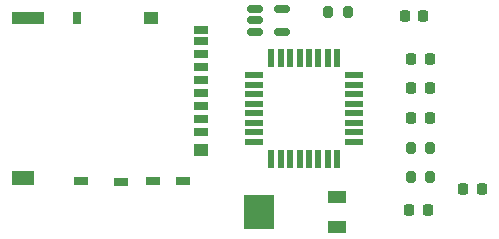
<source format=gbr>
%TF.GenerationSoftware,KiCad,Pcbnew,8.0.8*%
%TF.CreationDate,2025-06-30T12:07:11+05:30*%
%TF.ProjectId,openlog,6f70656e-6c6f-4672-9e6b-696361645f70,rev?*%
%TF.SameCoordinates,Original*%
%TF.FileFunction,Paste,Top*%
%TF.FilePolarity,Positive*%
%FSLAX46Y46*%
G04 Gerber Fmt 4.6, Leading zero omitted, Abs format (unit mm)*
G04 Created by KiCad (PCBNEW 8.0.8) date 2025-06-30 12:07:11*
%MOMM*%
%LPD*%
G01*
G04 APERTURE LIST*
G04 Aperture macros list*
%AMRoundRect*
0 Rectangle with rounded corners*
0 $1 Rounding radius*
0 $2 $3 $4 $5 $6 $7 $8 $9 X,Y pos of 4 corners*
0 Add a 4 corners polygon primitive as box body*
4,1,4,$2,$3,$4,$5,$6,$7,$8,$9,$2,$3,0*
0 Add four circle primitives for the rounded corners*
1,1,$1+$1,$2,$3*
1,1,$1+$1,$4,$5*
1,1,$1+$1,$6,$7*
1,1,$1+$1,$8,$9*
0 Add four rect primitives between the rounded corners*
20,1,$1+$1,$2,$3,$4,$5,0*
20,1,$1+$1,$4,$5,$6,$7,0*
20,1,$1+$1,$6,$7,$8,$9,0*
20,1,$1+$1,$8,$9,$2,$3,0*%
G04 Aperture macros list end*
%ADD10RoundRect,0.200000X-0.200000X-0.275000X0.200000X-0.275000X0.200000X0.275000X-0.200000X0.275000X0*%
%ADD11RoundRect,0.225000X-0.225000X-0.250000X0.225000X-0.250000X0.225000X0.250000X-0.225000X0.250000X0*%
%ADD12R,1.600000X1.000000*%
%ADD13R,2.500000X3.000000*%
%ADD14RoundRect,0.218750X-0.218750X-0.256250X0.218750X-0.256250X0.218750X0.256250X-0.218750X0.256250X0*%
%ADD15RoundRect,0.150000X-0.512500X-0.150000X0.512500X-0.150000X0.512500X0.150000X-0.512500X0.150000X0*%
%ADD16R,1.200000X0.700000*%
%ADD17R,0.800000X1.000000*%
%ADD18R,1.200000X1.000000*%
%ADD19R,2.800000X1.000000*%
%ADD20R,1.900000X1.300000*%
%ADD21R,1.600000X0.550000*%
%ADD22R,0.550000X1.600000*%
G04 APERTURE END LIST*
D10*
%TO.C,R3*%
X127575000Y-61800000D03*
X129225000Y-61800000D03*
%TD*%
D11*
%TO.C,C2*%
X134625000Y-65800000D03*
X136175000Y-65800000D03*
%TD*%
D12*
%TO.C,Y1*%
X128300000Y-77530000D03*
X128300000Y-80070000D03*
D13*
X121750000Y-78800000D03*
%TD*%
D11*
%TO.C,C4*%
X134625000Y-70820000D03*
X136175000Y-70820000D03*
%TD*%
D10*
%TO.C,R2*%
X134575000Y-75840000D03*
X136225000Y-75840000D03*
%TD*%
D14*
%TO.C,D2*%
X139000000Y-76800000D03*
X140575000Y-76800000D03*
%TD*%
%TO.C,D1*%
X134412500Y-78600000D03*
X135987500Y-78600000D03*
%TD*%
D15*
%TO.C,U1*%
X121400000Y-61600000D03*
X121400000Y-62550000D03*
X121400000Y-63500000D03*
X123675000Y-63500000D03*
X123675000Y-61600000D03*
%TD*%
D11*
%TO.C,C1*%
X134050000Y-62200000D03*
X135600000Y-62200000D03*
%TD*%
D10*
%TO.C,R1*%
X134575000Y-73330000D03*
X136225000Y-73330000D03*
%TD*%
D16*
%TO.C,J2*%
X116845000Y-71980000D03*
X116845000Y-70880000D03*
X116845000Y-69780000D03*
X116845000Y-68680000D03*
X116845000Y-67580000D03*
X116845000Y-66480000D03*
X116845000Y-65380000D03*
X116845000Y-64280000D03*
X116845000Y-63330000D03*
D17*
X106345000Y-62380000D03*
D18*
X112545000Y-62380000D03*
D19*
X102195000Y-62380000D03*
D18*
X116845000Y-73530000D03*
D20*
X101745000Y-75880000D03*
D16*
X106660000Y-76165000D03*
X112710000Y-76125000D03*
X115260000Y-76165000D03*
X110000000Y-76200000D03*
%TD*%
D11*
%TO.C,C3*%
X134625000Y-68310000D03*
X136175000Y-68310000D03*
%TD*%
D21*
%TO.C,U2*%
X121300000Y-67200000D03*
X121300000Y-68000000D03*
X121300000Y-68800000D03*
X121300000Y-69600000D03*
X121300000Y-70400000D03*
X121300000Y-71200000D03*
X121300000Y-72000000D03*
X121300000Y-72800000D03*
D22*
X122750000Y-74250000D03*
X123550000Y-74250000D03*
X124350000Y-74250000D03*
X125150000Y-74250000D03*
X125950000Y-74250000D03*
X126750000Y-74250000D03*
X127550000Y-74250000D03*
X128350000Y-74250000D03*
D21*
X129800000Y-72800000D03*
X129800000Y-72000000D03*
X129800000Y-71200000D03*
X129800000Y-70400000D03*
X129800000Y-69600000D03*
X129800000Y-68800000D03*
X129800000Y-68000000D03*
X129800000Y-67200000D03*
D22*
X128350000Y-65750000D03*
X127550000Y-65750000D03*
X126750000Y-65750000D03*
X125950000Y-65750000D03*
X125150000Y-65750000D03*
X124350000Y-65750000D03*
X123550000Y-65750000D03*
X122750000Y-65750000D03*
%TD*%
M02*

</source>
